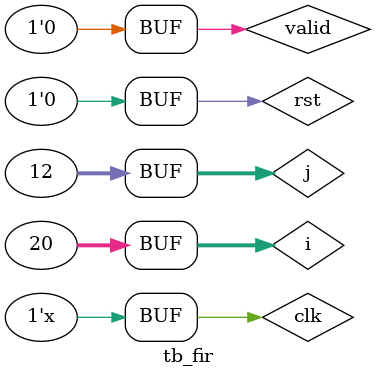
<source format=v>
`timescale 1ns / 1ps
`default_nettype none

module tb_fir(

    );
    // TEST IMAGE: 16x9
    // TEST IMAGE FULL: 20x12

    
    localparam CLK_PERIOD = 10;
    localparam HALF_CLK_PERIOD = CLK_PERIOD/2;

    reg clk = 1'b0;
    reg rst = 1'b1;
    reg valid = 1'b1;
    reg [7:0] pixel;

    wire o_hsync, o_vsync, o_valid;
    wire [7:0] o_pixel;

    reg [19:0] hsync_shr = 20'b0000000000000000110;
    reg [11:0] vsync_shr = 12'b000000000010;

    reg [7:0] img[19:0][11:0];

    integer i, j;
    initial begin
        for(i = 0; i < 20; i = i + 1) begin
            for(j = 0; j < 12; j = j + 1) begin
                img[i][j] <= i;
            end
        end
    end

    // STIMULUS
    always
    begin
        clk <= ~clk;
        #HALF_CLK_PERIOD;
    end

    reg [15:0] vsync_cntr;
    wire vsync_cntr_rst;
    always @ (posedge clk) begin
        hsync_shr <= {hsync_shr[18:0], hsync_shr[19]}; 
        if(vsync_cntr_rst) begin
            vsync_shr <= {vsync_shr[10:0], vsync_shr[11]}; 
        end
    end

    assign vsync_cntr_rst = (vsync_cntr == 19);
    always @ (posedge clk)
    begin
        if(rst) begin
            vsync_cntr <= 0;
        end else if (vsync_cntr_rst) begin
            vsync_cntr <= 0;
        end else if(valid) begin
            vsync_cntr <= vsync_cntr + 1;
        end
    end




    initial begin
        #CLK_PERIOD;
        #CLK_PERIOD;
        #CLK_PERIOD;
        #CLK_PERIOD;
        #CLK_PERIOD;
        rst <= 1'b0;
        valid <= 1'b1;

        for(j = 0; j < 12; j = j + 1) begin
            for(i = 0; i < 20; i = i + 1) begin
                pixel <= img[i][j];
                #CLK_PERIOD;
            end
        end
        
        valid <= 1'b0;
    end


    fir dut (
        .clk            (clk),
        .rst            (rst),
        .i_hsync        (hsync_shr[19]),
        .i_vsync        (vsync_shr[11]),
        .i_valid        (valid),
        .i_pixel        (pixel),
        .o_hsync        (o_hsync),
        .o_vsync        (o_vsync),
        .o_valid        (o_valid),
        .o_pixel        (o_pixel),
        .apb_clk        (),
        .apb_rstn       (),
        .apb_penable    (),
        .apb_paddr      (),
        .apb_psel       (),
        .apb_pwdata     (),
        .apb_pwrite     (),
        .apb_prdata     (),
        .apb_pslverr    (),
        .apb_pready     (),
        .rec_en         (),
        .irq            ()

    );














endmodule

</source>
